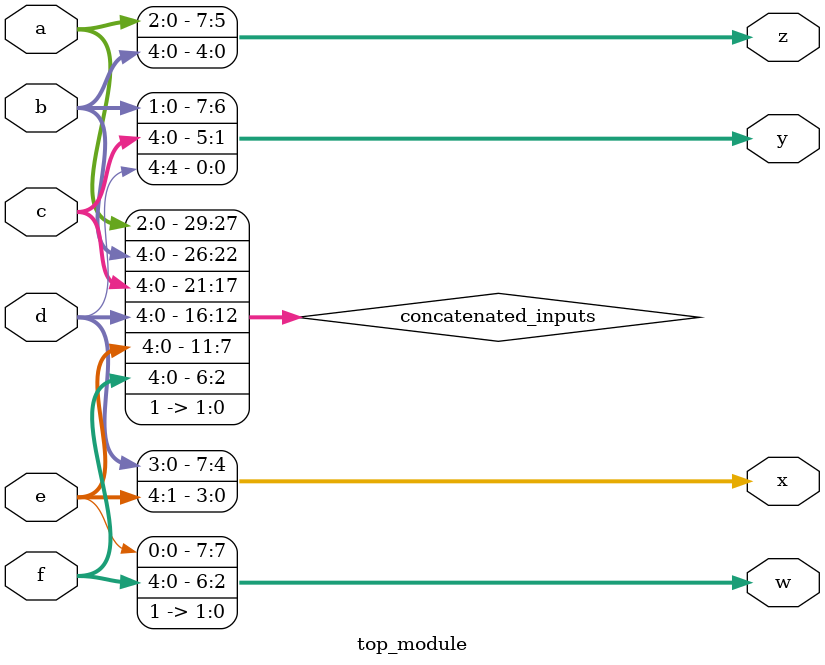
<source format=sv>
module top_module (
    input [4:0] a,
    input [4:0] b,
    input [4:0] c,
    input [4:0] d,
    input [4:0] e,
    input [4:0] f,
    output [7:0] w,
    output [7:0] x,
    output [7:0] y,
    output [7:0] z
);

wire [29:0] concatenated_inputs;

assign concatenated_inputs = {a, b, c, d, e, f, 2'b11};

assign w = concatenated_inputs[7:0];
assign x = concatenated_inputs[15:8];
assign y = concatenated_inputs[23:16];
assign z = concatenated_inputs[29:22];

endmodule

</source>
